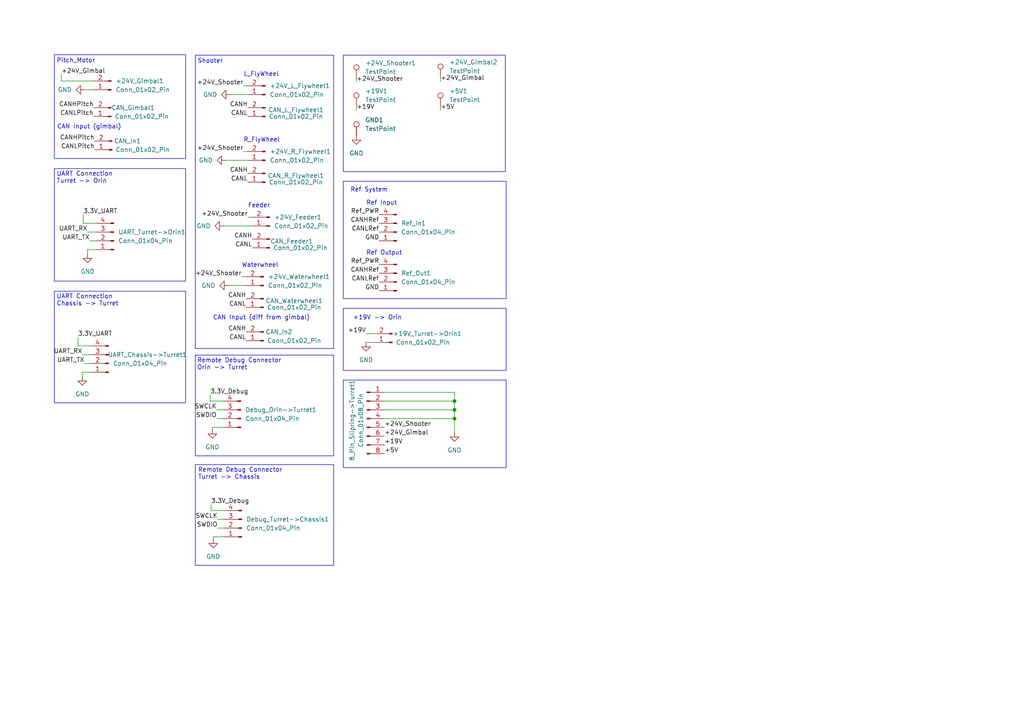
<source format=kicad_sch>
(kicad_sch (version 20231120) (generator "eeschema") (generator_version "8.0")
  (paper "A4")
  (lib_symbols
    (symbol "Connector:Conn_01x02_Pin" (pin_names (offset 1.016) hide)
      (property "Reference" "J" (at 0 2.54 0))
      (property "Value" "Conn_01x02_Pin" (at 0 -5.08 0))
      (symbol "Conn_01x02_Pin_1_1"
        (polyline (pts (xy 1.27 -2.54) (xy 0.8636 -2.54)) (stroke (width 0.1524)))
        (polyline (pts (xy 1.27 0) (xy 0.8636 0)) (stroke (width 0.1524)))
        (rectangle (start 0.8636 -2.413) (end 0 -2.667) (stroke (width 0.1524)) (fill (type outline)))
        (rectangle (start 0.8636 0.127) (end 0 -0.127) (stroke (width 0.1524)) (fill (type outline)))
        (pin passive line (at 5.08 0 180) (length 3.81) (name "Pin_1") (number "1"))
        (pin passive line (at 5.08 -2.54 180) (length 3.81) (name "Pin_2") (number "2"))
      )
    )
    (symbol "Connector:Conn_01x04_Pin" (pin_names (offset 1.016) hide)
      (property "Reference" "J" (at 0 5.08 0))
      (property "Value" "Conn_01x04_Pin" (at 0 -7.62 0))
      (symbol "Conn_01x04_Pin_1_1"
        (polyline (pts (xy 1.27 -5.08) (xy 0.8636 -5.08)) (stroke (width 0.1524)))
        (polyline (pts (xy 1.27 -2.54) (xy 0.8636 -2.54)) (stroke (width 0.1524)))
        (polyline (pts (xy 1.27 0) (xy 0.8636 0)) (stroke (width 0.1524)))
        (polyline (pts (xy 1.27 2.54) (xy 0.8636 2.54)) (stroke (width 0.1524)))
        (rectangle (start 0.8636 -4.953) (end 0 -5.207) (stroke (width 0.1524)) (fill (type outline)))
        (rectangle (start 0.8636 -2.413) (end 0 -2.667) (stroke (width 0.1524)) (fill (type outline)))
        (rectangle (start 0.8636 0.127) (end 0 -0.127) (stroke (width 0.1524)) (fill (type outline)))
        (rectangle (start 0.8636 2.667) (end 0 2.413) (stroke (width 0.1524)) (fill (type outline)))
        (pin passive line (at 5.08 2.54 180) (length 3.81) (name "Pin_1") (number "1"))
        (pin passive line (at 5.08 0 180) (length 3.81) (name "Pin_2") (number "2"))
        (pin passive line (at 5.08 -2.54 180) (length 3.81) (name "Pin_3") (number "3"))
        (pin passive line (at 5.08 -5.08 180) (length 3.81) (name "Pin_4") (number "4"))
      )
    )
    (symbol "Connector:Conn_01x08_Pin" (pin_names (offset 1.016) hide)
      (property "Reference" "J" (at 0 10.16 0))
      (property "Value" "Conn_01x08_Pin" (at 0 -12.7 0))
      (symbol "Conn_01x08_Pin_1_1"
        (polyline (pts (xy 1.27 -10.16) (xy 0.8636 -10.16)) (stroke (width 0.1524)))
        (polyline (pts (xy 1.27 -7.62) (xy 0.8636 -7.62)) (stroke (width 0.1524)))
        (polyline (pts (xy 1.27 -5.08) (xy 0.8636 -5.08)) (stroke (width 0.1524)))
        (polyline (pts (xy 1.27 -2.54) (xy 0.8636 -2.54)) (stroke (width 0.1524)))
        (polyline (pts (xy 1.27 0) (xy 0.8636 0)) (stroke (width 0.1524)))
        (polyline (pts (xy 1.27 2.54) (xy 0.8636 2.54)) (stroke (width 0.1524)))
        (polyline (pts (xy 1.27 5.08) (xy 0.8636 5.08)) (stroke (width 0.1524)))
        (polyline (pts (xy 1.27 7.62) (xy 0.8636 7.62)) (stroke (width 0.1524)))
        (rectangle (start 0.8636 -10.033) (end 0 -10.287) (stroke (width 0.1524)) (fill (type outline)))
        (rectangle (start 0.8636 -7.493) (end 0 -7.747) (stroke (width 0.1524)) (fill (type outline)))
        (rectangle (start 0.8636 -4.953) (end 0 -5.207) (stroke (width 0.1524)) (fill (type outline)))
        (rectangle (start 0.8636 -2.413) (end 0 -2.667) (stroke (width 0.1524)) (fill (type outline)))
        (rectangle (start 0.8636 0.127) (end 0 -0.127) (stroke (width 0.1524)) (fill (type outline)))
        (rectangle (start 0.8636 2.667) (end 0 2.413) (stroke (width 0.1524)) (fill (type outline)))
        (rectangle (start 0.8636 5.207) (end 0 4.953) (stroke (width 0.1524)) (fill (type outline)))
        (rectangle (start 0.8636 7.747) (end 0 7.493) (stroke (width 0.1524)) (fill (type outline)))
        (pin passive line (at 5.08 7.62 180) (length 3.81) (name "Pin_1") (number "1"))
        (pin passive line (at 5.08 5.08 180) (length 3.81) (name "Pin_2") (number "2"))
        (pin passive line (at 5.08 2.54 180) (length 3.81) (name "Pin_3") (number "3"))
        (pin passive line (at 5.08 0 180) (length 3.81) (name "Pin_4") (number "4"))
        (pin passive line (at 5.08 -2.54 180) (length 3.81) (name "Pin_5") (number "5"))
        (pin passive line (at 5.08 -5.08 180) (length 3.81) (name "Pin_6") (number "6"))
        (pin passive line (at 5.08 -7.62 180) (length 3.81) (name "Pin_7") (number "7"))
        (pin passive line (at 5.08 -10.16 180) (length 3.81) (name "Pin_8") (number "8"))
      )
    )
    (symbol "Connector:TestPoint" (pin_numbers hide) (pin_names (offset 0.762) hide)
      (property "Reference" "TP" (at 0 6.858 0))
      (property "Value" "TestPoint" (at 0 5.08 0))
      (symbol "TestPoint_0_1"
        (circle (center 0 3.302) (radius 0.762))
      )
      (symbol "TestPoint_1_1"
        (pin passive line (at 0 0 90) (length 2.54) (name "1") (number "1"))
      )
    )
    (symbol "power:GND" (power) (pin_numbers hide) (pin_names (offset 0) hide)
      (property "Value" "GND" (at 0 -3.81 0))
      (symbol "GND_0_1"
        (polyline (pts (xy 0 0) (xy 0 -1.27) (xy 1.27 -1.27) (xy 0 -2.54) (xy -1.27 -1.27) (xy 0 -1.27)))
      )
      (symbol "GND_1_1"
        (pin power_in line (at 0 0 270) (length 0) (name "~") (number "1"))
      )
    )
  )
  (junction (at 131.826 116.332))
  (junction (at 131.826 121.412))
  (junction (at 131.826 118.872))
  (wire (pts (xy 66.802 27.432) (xy 71.882 27.432)))
  (wire (pts (xy 27.94 72.39) (xy 25.4 72.39)))
  (wire (pts (xy 111.506 113.792) (xy 131.826 113.792)))
  (wire (pts (xy 23.876 102.87) (xy 26.416 102.87)))
  (wire (pts (xy 103.378 30.988) (xy 103.378 32.004)))
  (wire (pts (xy 61.214 146.304) (xy 61.214 148.082)))
  (wire (pts (xy 127.762 22.606) (xy 127.762 23.622)))
  (wire (pts (xy 17.78 21.59) (xy 17.78 23.495)))
  (wire (pts (xy 24.13 64.77) (xy 27.94 64.77)))
  (wire (pts (xy 127.762 30.988) (xy 127.762 32.004)))
  (wire (pts (xy 61.595 123.952) (xy 64.77 123.952)))
  (wire (pts (xy 22.606 100.33) (xy 26.416 100.33)))
  (wire (pts (xy 70.104 80.264) (xy 71.374 80.264)))
  (wire (pts (xy 106.172 99.314) (xy 108.712 99.314)))
  (wire (pts (xy 17.78 23.495) (xy 27.178 23.495)))
  (wire (pts (xy 25.4 67.31) (xy 27.94 67.31)))
  (wire (pts (xy 131.826 113.792) (xy 131.826 116.332)))
  (wire (pts (xy 63.119 153.162) (xy 65.024 153.162)))
  (wire (pts (xy 71.882 62.992) (xy 73.152 62.992)))
  (wire (pts (xy 23.876 107.95) (xy 23.876 109.22)))
  (wire (pts (xy 63.119 150.622) (xy 65.024 150.622)))
  (wire (pts (xy 60.96 116.332) (xy 64.77 116.332)))
  (wire (pts (xy 62.865 121.412) (xy 64.77 121.412)))
  (wire (pts (xy 61.849 155.702) (xy 65.024 155.702)))
  (wire (pts (xy 103.378 22.86) (xy 103.378 23.876)))
  (wire (pts (xy 70.612 43.942) (xy 71.882 43.942)))
  (wire (pts (xy 61.214 148.082) (xy 65.024 148.082)))
  (wire (pts (xy 26.035 69.85) (xy 27.94 69.85)))
  (wire (pts (xy 111.506 116.332) (xy 131.826 116.332)))
  (wire (pts (xy 62.865 118.872) (xy 64.77 118.872)))
  (wire (pts (xy 66.294 82.804) (xy 71.374 82.804)))
  (wire (pts (xy 106.172 96.774) (xy 108.712 96.774)))
  (wire (pts (xy 131.826 116.332) (xy 131.826 118.872)))
  (wire (pts (xy 61.595 124.587) (xy 61.595 123.952)))
  (wire (pts (xy 131.826 118.872) (xy 131.826 121.412)))
  (wire (pts (xy 70.612 24.892) (xy 71.882 24.892)))
  (wire (pts (xy 26.416 107.95) (xy 23.876 107.95)))
  (wire (pts (xy 65.532 46.482) (xy 71.882 46.482)))
  (wire (pts (xy 24.511 105.41) (xy 26.416 105.41)))
  (wire (pts (xy 131.826 121.412) (xy 131.826 125.476)))
  (wire (pts (xy 64.897 65.532) (xy 73.152 65.532)))
  (wire (pts (xy 131.826 121.412) (xy 111.506 121.412)))
  (wire (pts (xy 111.506 118.872) (xy 131.826 118.872)))
  (wire (pts (xy 60.96 114.554) (xy 60.96 116.332)))
  (wire (pts (xy 61.849 156.337) (xy 61.849 155.702)))
  (wire (pts (xy 22.606 97.79) (xy 22.606 100.33)))
  (wire (pts (xy 25.4 72.39) (xy 25.4 73.66)))
  (wire (pts (xy 24.13 62.23) (xy 24.13 64.77)))
  (wire (pts (xy 24.638 26.035) (xy 27.178 26.035)))
  (rectangle (start 99.568 52.578) (end 146.812 86.614))
  (rectangle (start 56.642 102.997) (end 96.774 132.207))
  (rectangle (start 56.642 16.002) (end 96.774 101.092))
  (rectangle (start 15.748 84.455) (end 53.848 116.84))
  (rectangle (start 99.568 110.236) (end 146.812 135.636))
  (rectangle (start 15.748 15.875) (end 53.848 45.974))
  (rectangle (start 56.642 134.747) (end 96.774 163.957))
  (rectangle (start 15.748 48.895) (end 53.848 81.534))
  (rectangle (start 99.568 89.408) (end 146.812 107.442))
  (rectangle (start 99.568 16.002) (end 146.558 49.784))
  (text "UART Connection\nTurret -> Orin" (at 16.383 53.34 0) (effects (font (size 1.27 1.27)) (justify left bottom)))
  (text "UART Connection\nChassis -> Turret" (at 16.383 88.9 0) (effects (font (size 1.27 1.27)) (justify left bottom)))
  (text "Waterwheel" (at 70.104 77.724 0) (effects (font (size 1.27 1.27)) (justify left bottom)))
  (text "L_FlyWheel" (at 70.612 22.352 0) (effects (font (size 1.27 1.27)) (justify left bottom)))
  (text "Remote Debug Connector\nOrin -> Turret" (at 57.15 107.442 0) (effects (font (size 1.27 1.27)) (justify left bottom)))
  (text "CAN Input (gimbal)" (at 16.51 37.592 0) (effects (font (size 1.27 1.27)) (justify left bottom)))
  (text "Pitch_Motor" (at 16.383 18.415 0) (effects (font (size 1.27 1.27)) (justify left bottom)))
  (text "Remote Debug Connector\nTurret -> Chassis" (at 57.404 139.192 0) (effects (font (size 1.27 1.27)) (justify left bottom)))
  (text "Ref Input\n" (at 106.172 59.69 0) (effects (font (size 1.27 1.27)) (justify left bottom)))
  (text "Ref System" (at 101.6 55.88 0) (effects (font (size 1.27 1.27)) (justify left bottom)))
  (text "+19V -> Orin" (at 102.362 92.964 0) (effects (font (size 1.27 1.27)) (justify left bottom)))
  (text "Shooter" (at 57.277 18.542 0) (effects (font (size 1.27 1.27)) (justify left bottom)))
  (text "Feeder" (at 71.882 60.452 0) (effects (font (size 1.27 1.27)) (justify left bottom)))
  (text "R_FlyWheel" (at 70.612 41.402 0) (effects (font (size 1.27 1.27)) (justify left bottom)))
  (text "CAN Input (diff from gimbal)" (at 61.722 92.964 0) (effects (font (size 1.27 1.27)) (justify left bottom)))
  (text "Ref Output\n" (at 106.172 74.168 0) (effects (font (size 1.27 1.27)) (justify left bottom)))
  (label "CANHPitch" (at 27.178 31.242 180))
  (label "CANH" (at 71.374 96.266 180))
  (label "+24V_Gimbal" (at 111.506 126.492 0))
  (label "+24V_Shooter" (at 103.378 23.876 0))
  (label "+5V" (at 111.506 131.572 0))
  (label "CANL" (at 71.882 52.832 180))
  (label "+19V" (at 103.378 32.004 0))
  (label "CANH" (at 71.882 50.292 180))
  (label "UART_TX" (at 26.035 69.85 180))
  (label "CANHRef" (at 109.982 79.248 180))
  (label "CANL" (at 73.152 71.882 180))
  (label "3.3V_UART" (at 24.13 62.23 0))
  (label "SWDIO" (at 62.865 121.412 180))
  (label "CANL" (at 71.374 89.154 180))
  (label "+24V_Shooter" (at 111.506 123.952 0))
  (label "GND" (at 109.982 69.85 180))
  (label "CANLRef" (at 109.982 67.31 180))
  (label "CANLPitch" (at 27.178 33.782 180))
  (label "+19V" (at 106.172 96.774 180))
  (label "3.3V_Debug" (at 60.96 114.554 0))
  (label "+19V" (at 111.506 129.032 0))
  (label "3.3V_UART" (at 22.606 97.79 0))
  (label "+5V" (at 127.762 32.004 0))
  (label "+24V_Gimbal" (at 17.78 21.59 0))
  (label "SWCLK" (at 63.119 150.622 180))
  (label "Ref_PWR" (at 109.982 76.708 180))
  (label "UART_TX" (at 24.511 105.41 180))
  (label "3.3V_Debug" (at 61.214 146.304 0))
  (label "SWCLK" (at 62.865 118.872 180))
  (label "+24V_Shooter" (at 70.104 80.264 180))
  (label "+24V_Shooter" (at 71.882 62.992 180))
  (label "CANH" (at 71.374 86.614 180))
  (label "SWDIO" (at 63.119 153.162 180))
  (label "UART_RX" (at 25.4 67.31 180))
  (label "+24V_Shooter" (at 70.612 43.942 180))
  (label "UART_RX" (at 23.876 102.87 180))
  (label "GND" (at 109.982 84.328 180))
  (label "CANHPitch" (at 27.432 40.894 180))
  (label "CANLRef" (at 109.982 81.788 180))
  (label "+24V_Shooter" (at 70.612 24.892 180))
  (label "CANL" (at 71.374 98.806 180))
  (label "CANL" (at 71.882 33.782 180))
  (label "CANLPitch" (at 27.432 43.434 180))
  (label "Ref_PWR" (at 109.982 62.23 180))
  (label "CANH" (at 73.152 69.342 180))
  (label "CANHRef" (at 109.982 64.77 180))
  (label "CANH" (at 71.882 31.242 180))
  (label "+24V_Gimbal" (at 127.762 23.622 0))
  (symbol (lib_id "power:GND") (at 23.876 109.22 0) (unit 1)
    (property "Reference" "#PWR01" (effects (hide yes)))
    (property "Value" "GND" (at 23.876 114.3 0))
    (property "Description" "Power symbol creates a global label with name \"GND\" , ground" (effects (hide yes)))
  )
  (symbol (lib_id "power:GND") (at 25.4 73.66 0) (unit 1)
    (property "Reference" "#PWR03" (effects (hide yes)))
    (property "Value" "GND" (at 25.4 78.74 0))
    (property "Description" "Power symbol creates a global label with name \"GND\" , ground" (effects (hide yes)))
  )
  (symbol (lib_id "Connector:TestPoint") (at 103.378 22.86 0) (unit 1)
    (property "Reference" "+24V_Shooter1" (at 105.918 18.288 0) (effects (justify left)))
    (property "Value" "TestPoint" (at 105.918 20.828 0) (effects (justify left)))
    (property "Footprint" "TestPoint:TestPoint_Loop_D1.80mm_Drill1.0mm_Beaded" (effects (hide yes)))
    (property "Description" "test point" (effects (hide yes)))
    (property "Mouser Part Number" "Testpoint" (effects (hide yes)))
  )
  (symbol (lib_id "power:GND") (at 64.897 65.532 270) (unit 1)
    (property "Reference" "#PWR06" (effects (hide yes)))
    (property "Value" "GND" (at 61.087 65.532 90) (effects (justify right)))
    (property "Description" "Power symbol creates a global label with name \"GND\" , ground" (effects (hide yes)))
  )
  (symbol (lib_id "Connector:Conn_01x02_Pin") (at 76.962 27.432 180) (unit 1)
    (property "Reference" "+24V_L_Flywheel1" (at 78.232 24.892 0) (effects (justify right)))
    (property "Value" "Conn_01x02_Pin" (at 78.232 27.432 0) (effects (justify right)))
    (property "Footprint" "Robomaster_ICs:AMASS_XT30U-F_1x02_P5.0mm_Vertical_copy" (effects (hide yes)))
    (property "Description" "Generic connector, single row, 01x02, script generated" (effects (hide yes)))
    (property "Mouser Part Number" "XT30" (effects (hide yes)))
  )
  (symbol (lib_id "Connector:Conn_01x04_Pin") (at 70.104 153.162 180) (unit 1)
    (property "Reference" "Debug_Turret->Chassis1" (at 71.374 150.622 0) (effects (justify right)))
    (property "Value" "Conn_01x04_Pin" (at 71.374 153.162 0) (effects (justify right)))
    (property "Footprint" "Connector_JST:JST_GH_BM04B-GHS-TBT_1x04-1MP_P1.25mm_Vertical" (effects (hide yes)))
    (property "Description" "Generic connector, single row, 01x04, script generated" (effects (hide yes)))
    (property "Mouser Part Number" "JST 4 Pin" (effects (hide yes)))
  )
  (symbol (lib_id "power:GND") (at 65.532 46.482 270) (unit 1)
    (property "Reference" "#PWR07" (effects (hide yes)))
    (property "Value" "GND" (at 61.722 46.482 90) (effects (justify right)))
    (property "Description" "Power symbol creates a global label with name \"GND\" , ground" (effects (hide yes)))
  )
  (symbol (lib_id "Connector:TestPoint") (at 127.762 30.988 0) (unit 1)
    (property "Reference" "+5V1" (at 130.302 26.416 0) (effects (justify left)))
    (property "Value" "TestPoint" (at 130.302 28.956 0) (effects (justify left)))
    (property "Footprint" "TestPoint:TestPoint_Loop_D1.80mm_Drill1.0mm_Beaded" (effects (hide yes)))
    (property "Description" "test point" (effects (hide yes)))
    (property "Mouser Part Number" "Testpoint" (effects (hide yes)))
  )
  (symbol (lib_id "Connector:Conn_01x02_Pin") (at 76.454 98.806 180) (unit 1)
    (property "Reference" "CAN_In2" (at 80.899 96.266 0))
    (property "Value" "Conn_01x02_Pin" (at 85.344 98.806 0))
    (property "Footprint" "Connector_JST:JST_GH_BM02B-GHS-TBT_1x02-1MP_P1.25mm_Vertical" (effects (hide yes)))
    (property "Description" "Generic connector, single row, 01x02, script generated" (effects (hide yes)))
    (property "Mouser Part Number" "JST 2 Pin" (effects (hide yes)))
  )
  (symbol (lib_id "power:GND") (at 24.638 26.035 270) (unit 1)
    (property "Reference" "#PWR02" (effects (hide yes)))
    (property "Value" "GND" (at 20.828 26.035 90) (effects (justify right)))
    (property "Description" "Power symbol creates a global label with name \"GND\" , ground" (effects (hide yes)))
  )
  (symbol (lib_id "Connector:Conn_01x02_Pin") (at 76.454 82.804 180) (unit 1)
    (property "Reference" "+24V_Waterwheel1" (at 77.724 80.264 0) (effects (justify right)))
    (property "Value" "Conn_01x02_Pin" (at 77.724 82.804 0) (effects (justify right)))
    (property "Footprint" "Robomaster_ICs:AMASS_XT30U-F_1x02_P5.0mm_Vertical_copy" (effects (hide yes)))
    (property "Description" "Generic connector, single row, 01x02, script generated" (effects (hide yes)))
    (property "Mouser Part Number" "XT30" (effects (hide yes)))
  )
  (symbol (lib_id "power:GND") (at 131.826 125.476 0) (unit 1)
    (property "Reference" "#PWR012" (effects (hide yes)))
    (property "Value" "GND" (at 131.826 130.556 0))
    (property "Description" "Power symbol creates a global label with name \"GND\" , ground" (effects (hide yes)))
  )
  (symbol (lib_id "power:GND") (at 106.172 99.314 0) (unit 1)
    (property "Reference" "#PWR011" (effects (hide yes)))
    (property "Value" "GND" (at 106.172 104.394 0))
    (property "Description" "Power symbol creates a global label with name \"GND\" , ground" (effects (hide yes)))
  )
  (symbol (lib_id "Connector:Conn_01x02_Pin") (at 76.454 89.154 180) (unit 1)
    (property "Reference" "CAN_Waterwheel1" (at 85.344 87.249 0))
    (property "Value" "Conn_01x02_Pin" (at 85.344 89.154 0))
    (property "Footprint" "Connector_JST:JST_GH_BM02B-GHS-TBT_1x02-1MP_P1.25mm_Vertical" (effects (hide yes)))
    (property "Description" "Generic connector, single row, 01x02, script generated" (effects (hide yes)))
    (property "Mouser Part Number" "JST 2 Pin" (effects (hide yes)))
  )
  (symbol (lib_id "Connector:Conn_01x02_Pin") (at 76.962 33.782 180) (unit 1)
    (property "Reference" "CAN_L_Flywheel1" (at 85.852 31.877 0))
    (property "Value" "Conn_01x02_Pin" (at 85.852 33.782 0))
    (property "Footprint" "Connector_JST:JST_GH_BM02B-GHS-TBT_1x02-1MP_P1.25mm_Vertical" (effects (hide yes)))
    (property "Description" "Generic connector, single row, 01x02, script generated" (effects (hide yes)))
    (property "Mouser Part Number" "JST 2 Pin" (effects (hide yes)))
  )
  (symbol (lib_id "power:GND") (at 66.294 82.804 270) (unit 1)
    (property "Reference" "#PWR08" (effects (hide yes)))
    (property "Value" "GND" (at 62.484 82.804 90) (effects (justify right)))
    (property "Description" "Power symbol creates a global label with name \"GND\" , ground" (effects (hide yes)))
  )
  (symbol (lib_id "power:GND") (at 66.802 27.432 270) (unit 1)
    (property "Reference" "#PWR09" (effects (hide yes)))
    (property "Value" "GND" (at 62.992 27.432 90) (effects (justify right)))
    (property "Description" "Power symbol creates a global label with name \"GND\" , ground" (effects (hide yes)))
  )
  (symbol (lib_id "Connector:Conn_01x04_Pin") (at 115.062 67.31 180) (unit 1)
    (property "Reference" "Ref_In1" (at 116.332 64.77 0) (effects (justify right)))
    (property "Value" "Conn_01x04_Pin" (at 116.332 67.31 0) (effects (justify right)))
    (property "Footprint" "Connector_JST:JST_GH_BM04B-GHS-TBT_1x04-1MP_P1.25mm_Vertical" (effects (hide yes)))
    (property "Description" "Generic connector, single row, 01x04, script generated" (effects (hide yes)))
    (property "Mouser Part Number" "JST 4 Pin" (effects (hide yes)))
  )
  (symbol (lib_id "Connector:Conn_01x02_Pin") (at 78.232 71.882 180) (unit 1)
    (property "Reference" "CAN_Feeder1" (at 84.582 69.977 0))
    (property "Value" "Conn_01x02_Pin" (at 87.122 71.882 0))
    (property "Footprint" "Connector_JST:JST_GH_BM02B-GHS-TBT_1x02-1MP_P1.25mm_Vertical" (effects (hide yes)))
    (property "Description" "Generic connector, single row, 01x02, script generated" (effects (hide yes)))
    (property "Mouser Part Number" "JST 2 Pin" (effects (hide yes)))
  )
  (symbol (lib_id "Connector:Conn_01x02_Pin") (at 78.232 65.532 180) (unit 1)
    (property "Reference" "+24V_Feeder1" (at 79.502 62.992 0) (effects (justify right)))
    (property "Value" "Conn_01x02_Pin" (at 79.502 65.532 0) (effects (justify right)))
    (property "Footprint" "Robomaster_ICs:AMASS_XT30U-F_1x02_P5.0mm_Vertical_copy" (effects (hide yes)))
    (property "Description" "Generic connector, single row, 01x02, script generated" (effects (hide yes)))
    (property "Mouser Part Number" "XT30" (effects (hide yes)))
  )
  (symbol (lib_id "Connector:Conn_01x04_Pin") (at 115.062 81.788 180) (unit 1)
    (property "Reference" "Ref_Out1" (at 116.332 79.248 0) (effects (justify right)))
    (property "Value" "Conn_01x04_Pin" (at 116.332 81.788 0) (effects (justify right)))
    (property "Footprint" "Connector_JST:JST_GH_BM04B-GHS-TBT_1x04-1MP_P1.25mm_Vertical" (effects (hide yes)))
    (property "Description" "Generic connector, single row, 01x04, script generated" (effects (hide yes)))
    (property "Mouser Part Number" "JST 4 Pin" (effects (hide yes)))
  )
  (symbol (lib_id "power:GND") (at 61.595 124.587 0) (unit 1)
    (property "Reference" "#PWR04" (effects (hide yes)))
    (property "Value" "GND" (at 61.595 129.667 0))
    (property "Description" "Power symbol creates a global label with name \"GND\" , ground" (effects (hide yes)))
  )
  (symbol (lib_id "Connector:Conn_01x02_Pin") (at 76.962 52.832 180) (unit 1)
    (property "Reference" "CAN_R_Flywheel1" (at 85.852 50.927 0))
    (property "Value" "Conn_01x02_Pin" (at 85.852 52.832 0))
    (property "Footprint" "Connector_JST:JST_GH_BM02B-GHS-TBT_1x02-1MP_P1.25mm_Vertical" (effects (hide yes)))
    (property "Description" "Generic connector, single row, 01x02, script generated" (effects (hide yes)))
    (property "Mouser Part Number" "JST 2 Pin" (effects (hide yes)))
  )
  (symbol (lib_id "power:GND") (at 103.378 39.37 0) (unit 1)
    (property "Reference" "#PWR010" (effects (hide yes)))
    (property "Value" "GND" (at 103.378 44.45 0))
    (property "Description" "Power symbol creates a global label with name \"GND\" , ground" (effects (hide yes)))
  )
  (symbol (lib_id "Connector:Conn_01x04_Pin") (at 69.85 121.412 180) (unit 1)
    (property "Reference" "Debug_Orin->Turret1" (at 71.12 118.872 0) (effects (justify right)))
    (property "Value" "Conn_01x04_Pin" (at 71.12 121.412 0) (effects (justify right)))
    (property "Footprint" "Connector_JST:JST_GH_BM04B-GHS-TBT_1x04-1MP_P1.25mm_Vertical" (effects (hide yes)))
    (property "Description" "Generic connector, single row, 01x04, script generated" (effects (hide yes)))
    (property "Mouser Part Number" "JST 4 Pin" (effects (hide yes)))
  )
  (symbol (lib_id "Connector:Conn_01x02_Pin") (at 76.962 46.482 180) (unit 1)
    (property "Reference" "+24V_R_Flywheel1" (at 78.232 43.942 0) (effects (justify right)))
    (property "Value" "Conn_01x02_Pin" (at 78.232 46.482 0) (effects (justify right)))
    (property "Footprint" "Robomaster_ICs:AMASS_XT30U-F_1x02_P5.0mm_Vertical_copy" (effects (hide yes)))
    (property "Description" "Generic connector, single row, 01x02, script generated" (effects (hide yes)))
    (property "Mouser Part Number" "XT30" (effects (hide yes)))
  )
  (symbol (lib_id "Connector:Conn_01x02_Pin") (at 32.512 43.434 180) (unit 1)
    (property "Reference" "CAN_In1" (at 36.957 40.894 0))
    (property "Value" "Conn_01x02_Pin" (at 41.402 43.434 0))
    (property "Footprint" "Connector_JST:JST_GH_BM02B-GHS-TBT_1x02-1MP_P1.25mm_Vertical" (effects (hide yes)))
    (property "Description" "Generic connector, single row, 01x02, script generated" (effects (hide yes)))
    (property "Mouser Part Number" "JST 2 Pin" (effects (hide yes)))
  )
  (symbol (lib_id "Connector:Conn_01x08_Pin") (at 106.426 121.412 0) (unit 1)
    (property "Reference" "8_Pin_Slipring->Turret1" (at 102.108 121.92 90))
    (property "Value" "Conn_01x08_Pin" (at 104.648 121.92 90))
    (property "Footprint" "ICs:CON_1722981108_MOL" (effects (hide yes)))
    (property "Description" "Generic connector, single row, 01x08, script generated" (effects (hide yes)))
    (property "Mouser Part Number" "538-172298-1108" (effects (hide yes)))
  )
  (symbol (lib_id "power:GND") (at 61.849 156.337 0) (unit 1)
    (property "Reference" "#PWR05" (effects (hide yes)))
    (property "Value" "GND" (at 61.849 161.417 0))
    (property "Description" "Power symbol creates a global label with name \"GND\" , ground" (effects (hide yes)))
  )
  (symbol (lib_id "Connector:TestPoint") (at 103.378 39.37 0) (unit 1)
    (property "Reference" "GND1" (at 105.918 34.798 0) (effects (justify left)))
    (property "Value" "TestPoint" (at 105.918 37.338 0) (effects (justify left)))
    (property "Footprint" "TestPoint:TestPoint_Loop_D1.80mm_Drill1.0mm_Beaded" (effects (hide yes)))
    (property "Description" "test point" (effects (hide yes)))
    (property "Mouser Part Number" "Testpoint" (effects (hide yes)))
  )
  (symbol (lib_id "Connector:TestPoint") (at 127.762 22.606 0) (unit 1)
    (property "Reference" "+24V_Gimbal2" (at 130.302 18.034 0) (effects (justify left)))
    (property "Value" "TestPoint" (at 130.302 20.574 0) (effects (justify left)))
    (property "Footprint" "TestPoint:TestPoint_Loop_D1.80mm_Drill1.0mm_Beaded" (effects (hide yes)))
    (property "Description" "test point" (effects (hide yes)))
    (property "Mouser Part Number" "Testpoint" (effects (hide yes)))
  )
  (symbol (lib_id "Connector:Conn_01x02_Pin") (at 32.258 33.782 180) (unit 1)
    (property "Reference" "CAN_Gimbal1" (at 38.608 31.242 0))
    (property "Value" "Conn_01x02_Pin" (at 41.148 33.782 0))
    (property "Footprint" "Connector_JST:JST_GH_BM02B-GHS-TBT_1x02-1MP_P1.25mm_Vertical" (effects (hide yes)))
    (property "Description" "Generic connector, single row, 01x02, script generated" (effects (hide yes)))
    (property "Mouser Part Number" "JST 2 Pin" (effects (hide yes)))
  )
  (symbol (lib_id "Connector:Conn_01x04_Pin") (at 31.496 105.41 180) (unit 1)
    (property "Reference" "UART_Chassis->Turret1" (at 31.242 102.87 0) (effects (justify right)))
    (property "Value" "Conn_01x04_Pin" (at 32.766 105.41 0) (effects (justify right)))
    (property "Footprint" "Connector_JST:JST_GH_BM04B-GHS-TBT_1x04-1MP_P1.25mm_Vertical" (effects (hide yes)))
    (property "Description" "Generic connector, single row, 01x04, script generated" (effects (hide yes)))
    (property "Mouser Part Number" "JST 4 Pin" (effects (hide yes)))
  )
  (symbol (lib_id "Connector:TestPoint") (at 103.378 30.988 0) (unit 1)
    (property "Reference" "+19V1" (at 105.918 26.416 0) (effects (justify left)))
    (property "Value" "TestPoint" (at 105.918 28.956 0) (effects (justify left)))
    (property "Footprint" "TestPoint:TestPoint_Loop_D1.80mm_Drill1.0mm_Beaded" (effects (hide yes)))
    (property "Description" "test point" (effects (hide yes)))
    (property "Mouser Part Number" "Testpoint" (effects (hide yes)))
  )
  (symbol (lib_id "Connector:Conn_01x02_Pin") (at 113.792 99.314 180) (unit 1)
    (property "Reference" "+19V_Turret->Orin1" (at 123.952 96.774 0))
    (property "Value" "Conn_01x02_Pin" (at 122.682 99.314 0))
    (property "Footprint" "Robomaster_ICs:AMASS_XT30U-F_1x02_P5.0mm_Vertical_copy" (effects (hide yes)))
    (property "Description" "Generic connector, single row, 01x02, script generated" (effects (hide yes)))
    (property "Mouser Part Number" "XT30" (effects (hide yes)))
  )
  (symbol (lib_id "Connector:Conn_01x02_Pin") (at 32.258 26.035 180) (unit 1)
    (property "Reference" "+24V_Gimbal1" (at 33.528 23.495 0) (effects (justify right)))
    (property "Value" "Conn_01x02_Pin" (at 33.528 26.035 0) (effects (justify right)))
    (property "Footprint" "Robomaster_ICs:AMASS_XT30U-F_1x02_P5.0mm_Vertical_copy" (effects (hide yes)))
    (property "Description" "Generic connector, single row, 01x02, script generated" (effects (hide yes)))
    (property "Mouser Part Number" "XT30" (effects (hide yes)))
  )
  (symbol (lib_id "Connector:Conn_01x04_Pin") (at 33.02 69.85 180) (unit 1)
    (property "Reference" "UART_Turret->Orin1" (at 34.29 67.31 0) (effects (justify right)))
    (property "Value" "Conn_01x04_Pin" (at 34.29 69.85 0) (effects (justify right)))
    (property "Footprint" "Connector_JST:JST_GH_BM04B-GHS-TBT_1x04-1MP_P1.25mm_Vertical" (effects (hide yes)))
    (property "Description" "Generic connector, single row, 01x04, script generated" (effects (hide yes)))
    (property "Mouser Part Number" "JST 4 Pin" (effects (hide yes)))
  )
)
</source>
